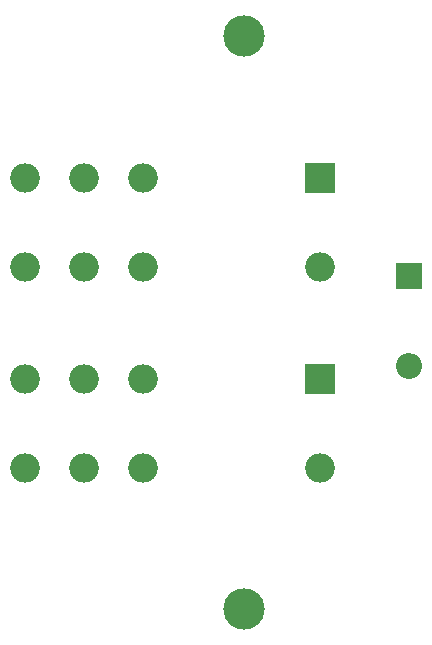
<source format=gbr>
%TF.GenerationSoftware,KiCad,Pcbnew,(6.0.0)*%
%TF.CreationDate,2024-03-29T19:30:23+00:00*%
%TF.ProjectId,Power_2Relais_TRX_PA,506f7765-725f-4325-9265-6c6169735f54,rev?*%
%TF.SameCoordinates,Original*%
%TF.FileFunction,Soldermask,Bot*%
%TF.FilePolarity,Negative*%
%FSLAX46Y46*%
G04 Gerber Fmt 4.6, Leading zero omitted, Abs format (unit mm)*
G04 Created by KiCad (PCBNEW (6.0.0)) date 2024-03-29 19:30:23*
%MOMM*%
%LPD*%
G01*
G04 APERTURE LIST*
%ADD10R,2.500000X2.500000*%
%ADD11O,2.500000X2.500000*%
%ADD12C,3.500000*%
%ADD13R,2.200000X2.200000*%
%ADD14O,2.200000X2.200000*%
G04 APERTURE END LIST*
D10*
%TO.C,RL1*%
X164691500Y-75306500D03*
D11*
X149691500Y-75306500D03*
X144691500Y-75306500D03*
X139691500Y-75306500D03*
X139691500Y-82806500D03*
X144691500Y-82806500D03*
X149691500Y-82806500D03*
X164691500Y-82806500D03*
%TD*%
D10*
%TO.C,RL2*%
X164691500Y-92324500D03*
D11*
X149691500Y-92324500D03*
X144691500Y-92324500D03*
X139691500Y-92324500D03*
X139691500Y-99824500D03*
X144691500Y-99824500D03*
X149691500Y-99824500D03*
X164691500Y-99824500D03*
%TD*%
D12*
%TO.C,REF\u002A\u002A*%
X158242000Y-111760000D03*
%TD*%
D13*
%TO.C,D1*%
X172212000Y-83566000D03*
D14*
X172212000Y-91186000D03*
%TD*%
D12*
%TO.C,REF\u002A\u002A*%
X158242000Y-63246000D03*
%TD*%
M02*

</source>
